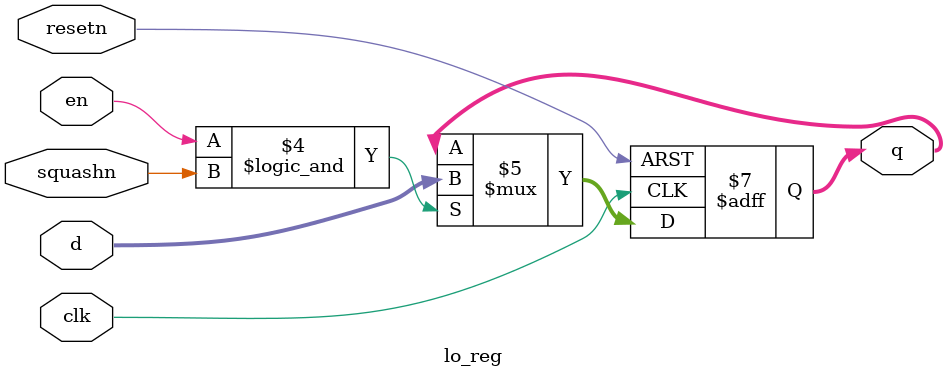
<source format=v>
/****************************************************************************
          Generic Register
****************************************************************************/
module lo_reg(d,clk,resetn,squashn,en,q);
parameter WIDTH=32;

input clk;
input resetn;
input squashn;
input en;
input [WIDTH-1:0] d;
output [WIDTH-1:0] q;
reg [WIDTH-1:0] q;

always @(posedge clk or negedge resetn)		//asynchronous reset
begin
	if (resetn==0)
		q<=0;
	else if (en==1 && squashn)
		q<=d;
end

endmodule


</source>
